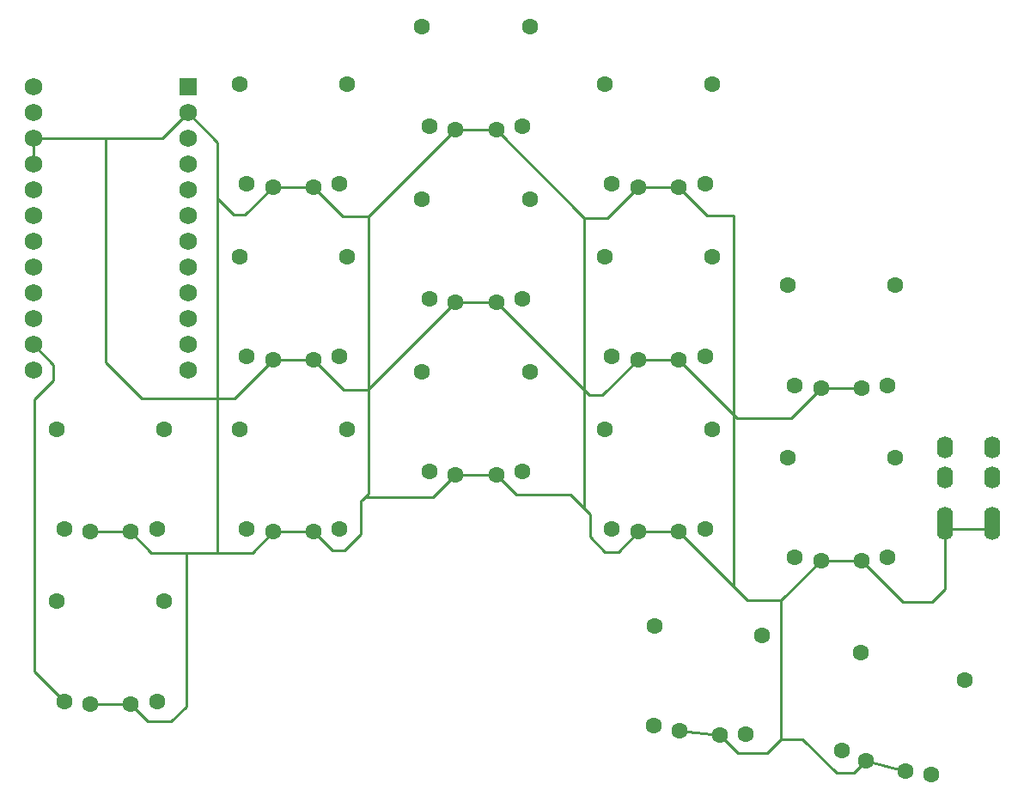
<source format=gbr>
%TF.GenerationSoftware,KiCad,Pcbnew,(5.1.9)-1*%
%TF.CreationDate,2021-06-29T13:32:03+02:00*%
%TF.ProjectId,todarodes_sagittatus,746f6461-726f-4646-9573-5f7361676974,VERSION_HERE*%
%TF.SameCoordinates,Original*%
%TF.FileFunction,Copper,L1,Top*%
%TF.FilePolarity,Positive*%
%FSLAX46Y46*%
G04 Gerber Fmt 4.6, Leading zero omitted, Abs format (unit mm)*
G04 Created by KiCad (PCBNEW (5.1.9)-1) date 2021-06-29 13:32:03*
%MOMM*%
%LPD*%
G01*
G04 APERTURE LIST*
%TA.AperFunction,ComponentPad*%
%ADD10C,1.600000*%
%TD*%
%TA.AperFunction,ComponentPad*%
%ADD11R,1.752600X1.752600*%
%TD*%
%TA.AperFunction,ComponentPad*%
%ADD12C,1.752600*%
%TD*%
%TA.AperFunction,ComponentPad*%
%ADD13O,1.600000X2.200000*%
%TD*%
%TA.AperFunction,Conductor*%
%ADD14C,0.250000*%
%TD*%
G04 APERTURE END LIST*
D10*
%TO.P,S1,3*%
%TO.N,N/C*%
X23300000Y4750000D03*
%TO.P,S1,4*%
X12700000Y4750000D03*
%TO.P,S1,1*%
%TO.N,P8*%
X13420000Y-5100000D03*
%TO.P,S1,2*%
%TO.N,GND*%
X20000000Y-5400000D03*
%TO.P,S1,1*%
%TO.N,P8*%
X22580000Y-5100000D03*
%TO.P,S1,2*%
%TO.N,GND*%
X16000000Y-5400000D03*
%TD*%
%TO.P,S2,3*%
%TO.N,N/C*%
X23300000Y21750000D03*
%TO.P,S2,4*%
X12700000Y21750000D03*
%TO.P,S2,1*%
%TO.N,P9*%
X13420000Y11900000D03*
%TO.P,S2,2*%
%TO.N,GND*%
X20000000Y11600000D03*
%TO.P,S2,1*%
%TO.N,P9*%
X22580000Y11900000D03*
%TO.P,S2,2*%
%TO.N,GND*%
X16000000Y11600000D03*
%TD*%
%TO.P,S3,3*%
%TO.N,N/C*%
X41300000Y21750000D03*
%TO.P,S3,4*%
X30700000Y21750000D03*
%TO.P,S3,1*%
%TO.N,P5*%
X31420000Y11900000D03*
%TO.P,S3,2*%
%TO.N,GND*%
X38000000Y11600000D03*
%TO.P,S3,1*%
%TO.N,P5*%
X40580000Y11900000D03*
%TO.P,S3,2*%
%TO.N,GND*%
X34000000Y11600000D03*
%TD*%
%TO.P,S4,3*%
%TO.N,N/C*%
X41300000Y38750000D03*
%TO.P,S4,4*%
X30700000Y38750000D03*
%TO.P,S4,1*%
%TO.N,P16*%
X31420000Y28900000D03*
%TO.P,S4,2*%
%TO.N,GND*%
X38000000Y28600000D03*
%TO.P,S4,1*%
%TO.N,P16*%
X40580000Y28900000D03*
%TO.P,S4,2*%
%TO.N,GND*%
X34000000Y28600000D03*
%TD*%
%TO.P,S5,3*%
%TO.N,N/C*%
X41300000Y55750000D03*
%TO.P,S5,4*%
X30700000Y55750000D03*
%TO.P,S5,1*%
%TO.N,P21*%
X31420000Y45900000D03*
%TO.P,S5,2*%
%TO.N,GND*%
X38000000Y45600000D03*
%TO.P,S5,1*%
%TO.N,P21*%
X40580000Y45900000D03*
%TO.P,S5,2*%
%TO.N,GND*%
X34000000Y45600000D03*
%TD*%
%TO.P,S6,3*%
%TO.N,N/C*%
X59300000Y27416667D03*
%TO.P,S6,4*%
X48700000Y27416667D03*
%TO.P,S6,1*%
%TO.N,P4*%
X49420000Y17566667D03*
%TO.P,S6,2*%
%TO.N,GND*%
X56000000Y17266667D03*
%TO.P,S6,1*%
%TO.N,P4*%
X58580000Y17566667D03*
%TO.P,S6,2*%
%TO.N,GND*%
X52000000Y17266667D03*
%TD*%
%TO.P,S7,3*%
%TO.N,N/C*%
X59300000Y44416667D03*
%TO.P,S7,4*%
X48700000Y44416667D03*
%TO.P,S7,1*%
%TO.N,P14*%
X49420000Y34566667D03*
%TO.P,S7,2*%
%TO.N,GND*%
X56000000Y34266667D03*
%TO.P,S7,1*%
%TO.N,P14*%
X58580000Y34566667D03*
%TO.P,S7,2*%
%TO.N,GND*%
X52000000Y34266667D03*
%TD*%
%TO.P,S8,3*%
%TO.N,N/C*%
X59300000Y61416667D03*
%TO.P,S8,4*%
X48700000Y61416667D03*
%TO.P,S8,1*%
%TO.N,P20*%
X49420000Y51566667D03*
%TO.P,S8,2*%
%TO.N,GND*%
X56000000Y51266667D03*
%TO.P,S8,1*%
%TO.N,P20*%
X58580000Y51566667D03*
%TO.P,S8,2*%
%TO.N,GND*%
X52000000Y51266667D03*
%TD*%
%TO.P,S9,3*%
%TO.N,N/C*%
X77300000Y21750000D03*
%TO.P,S9,4*%
X66700000Y21750000D03*
%TO.P,S9,1*%
%TO.N,P3*%
X67420000Y11900000D03*
%TO.P,S9,2*%
%TO.N,GND*%
X74000000Y11600000D03*
%TO.P,S9,1*%
%TO.N,P3*%
X76580000Y11900000D03*
%TO.P,S9,2*%
%TO.N,GND*%
X70000000Y11600000D03*
%TD*%
%TO.P,S10,3*%
%TO.N,N/C*%
X77300000Y38750000D03*
%TO.P,S10,4*%
X66700000Y38750000D03*
%TO.P,S10,1*%
%TO.N,P15*%
X67420000Y28900000D03*
%TO.P,S10,2*%
%TO.N,GND*%
X74000000Y28600000D03*
%TO.P,S10,1*%
%TO.N,P15*%
X76580000Y28900000D03*
%TO.P,S10,2*%
%TO.N,GND*%
X70000000Y28600000D03*
%TD*%
%TO.P,S11,3*%
%TO.N,N/C*%
X77300000Y55750000D03*
%TO.P,S11,4*%
X66700000Y55750000D03*
%TO.P,S11,1*%
%TO.N,P19*%
X67420000Y45900000D03*
%TO.P,S11,2*%
%TO.N,GND*%
X74000000Y45600000D03*
%TO.P,S11,1*%
%TO.N,P19*%
X76580000Y45900000D03*
%TO.P,S11,2*%
%TO.N,GND*%
X70000000Y45600000D03*
%TD*%
%TO.P,S12,3*%
%TO.N,N/C*%
X95300000Y18916667D03*
%TO.P,S12,4*%
X84700000Y18916667D03*
%TO.P,S12,1*%
%TO.N,P10*%
X85420000Y9066667D03*
%TO.P,S12,2*%
%TO.N,GND*%
X92000000Y8766667D03*
%TO.P,S12,1*%
%TO.N,P10*%
X94580000Y9066667D03*
%TO.P,S12,2*%
%TO.N,GND*%
X88000000Y8766667D03*
%TD*%
%TO.P,S13,3*%
%TO.N,N/C*%
X95300000Y35916667D03*
%TO.P,S13,4*%
X84700000Y35916667D03*
%TO.P,S13,1*%
%TO.N,P18*%
X85420000Y26066667D03*
%TO.P,S13,2*%
%TO.N,GND*%
X92000000Y25766667D03*
%TO.P,S13,1*%
%TO.N,P18*%
X94580000Y26066667D03*
%TO.P,S13,2*%
%TO.N,GND*%
X88000000Y25766667D03*
%TD*%
%TO.P,S14,3*%
%TO.N,N/C*%
X82193822Y1436666D03*
%TO.P,S14,4*%
X71634158Y2360517D03*
%TO.P,S14,1*%
%TO.N,P7*%
X71492934Y-7514753D03*
%TO.P,S14,2*%
%TO.N,GND*%
X78021748Y-8387096D03*
%TO.P,S14,1*%
%TO.N,P7*%
X80618077Y-8313099D03*
%TO.P,S14,2*%
%TO.N,GND*%
X74036970Y-8038473D03*
%TD*%
%TO.P,S15,3*%
%TO.N,N/C*%
X102138683Y-3018254D03*
%TO.P,S15,4*%
X91899870Y-274772D03*
%TO.P,S15,1*%
%TO.N,P6*%
X90045969Y-9975491D03*
%TO.P,S15,2*%
%TO.N,GND*%
X96324115Y-11968299D03*
%TO.P,S15,1*%
%TO.N,P6*%
X98893849Y-12346274D03*
%TO.P,S15,2*%
%TO.N,GND*%
X92460412Y-10933022D03*
%TD*%
D11*
%TO.P,C1,1*%
%TO.N,RAW*%
X25620000Y55470000D03*
D12*
%TO.P,C1,2*%
%TO.N,GND*%
X25620000Y52930000D03*
%TO.P,C1,3*%
%TO.N,RST*%
X25620000Y50390000D03*
%TO.P,C1,4*%
%TO.N,VCC*%
X25620000Y47850000D03*
%TO.P,C1,5*%
%TO.N,P21*%
X25620000Y45310000D03*
%TO.P,C1,6*%
%TO.N,P20*%
X25620000Y42770000D03*
%TO.P,C1,7*%
%TO.N,P19*%
X25620000Y40230000D03*
%TO.P,C1,8*%
%TO.N,P18*%
X25620000Y37690000D03*
%TO.P,C1,9*%
%TO.N,P15*%
X25620000Y35150000D03*
%TO.P,C1,10*%
%TO.N,P14*%
X25620000Y32610000D03*
%TO.P,C1,11*%
%TO.N,P16*%
X25620000Y30070000D03*
%TO.P,C1,12*%
%TO.N,P10*%
X25620000Y27530000D03*
%TO.P,C1,13*%
%TO.N,P1*%
X10380000Y55470000D03*
%TO.P,C1,14*%
%TO.N,P0*%
X10380000Y52930000D03*
%TO.P,C1,15*%
%TO.N,GND*%
X10380000Y50390000D03*
%TO.P,C1,16*%
X10380000Y47850000D03*
%TO.P,C1,17*%
%TO.N,P2*%
X10380000Y45310000D03*
%TO.P,C1,18*%
%TO.N,P3*%
X10380000Y42770000D03*
%TO.P,C1,19*%
%TO.N,P4*%
X10380000Y40230000D03*
%TO.P,C1,20*%
%TO.N,P5*%
X10380000Y37690000D03*
%TO.P,C1,21*%
%TO.N,P6*%
X10380000Y35150000D03*
%TO.P,C1,22*%
%TO.N,P7*%
X10380000Y32610000D03*
%TO.P,C1,23*%
%TO.N,P8*%
X10380000Y30070000D03*
%TO.P,C1,24*%
%TO.N,P9*%
X10380000Y27530000D03*
%TD*%
D13*
%TO.P,REF\u002A\u002A,1*%
%TO.N,GND*%
X104850000Y11866667D03*
%TO.P,REF\u002A\u002A,2*%
X100250000Y12966667D03*
%TO.P,REF\u002A\u002A,3*%
%TO.N,P2*%
X100250000Y16966667D03*
%TO.P,REF\u002A\u002A,4*%
%TO.N,VCC*%
X100250000Y19966667D03*
%TO.P,REF\u002A\u002A,1*%
%TO.N,GND*%
X100250000Y11866667D03*
%TO.P,REF\u002A\u002A,2*%
X104850000Y12966667D03*
%TO.P,REF\u002A\u002A,3*%
%TO.N,P2*%
X104850000Y16966667D03*
%TO.P,REF\u002A\u002A,4*%
%TO.N,VCC*%
X104850000Y19966667D03*
%TD*%
D14*
%TO.N,P8*%
X13420000Y-5100000D02*
X10470000Y-2150000D01*
X10470000Y-2150000D02*
X10470000Y24680000D01*
X10470000Y24680000D02*
X12370000Y26580000D01*
X12370000Y28080000D02*
X10380000Y30070000D01*
X12370000Y26580000D02*
X12370000Y28080000D01*
%TO.N,GND*%
X16000000Y-5400000D02*
X20000000Y-5400000D01*
X16000000Y11600000D02*
X20000000Y11600000D01*
X34000000Y11600000D02*
X38000000Y11600000D01*
X52000000Y17266667D02*
X56000000Y17266667D01*
X70000000Y11600000D02*
X74000000Y11600000D01*
X88000000Y8766667D02*
X92000000Y8766667D01*
X100250000Y11866667D02*
X104850000Y11866667D01*
X88000000Y25766667D02*
X92000000Y25766667D01*
X70000000Y28600000D02*
X74000000Y28600000D01*
X70000000Y45600000D02*
X74000000Y45600000D01*
X52000000Y51266667D02*
X56000000Y51266667D01*
X52000000Y34266667D02*
X56000000Y34266667D01*
X34000000Y28600000D02*
X38000000Y28600000D01*
X34000000Y45600000D02*
X38000000Y45600000D01*
X92000000Y8766667D02*
X96090000Y4676667D01*
X96090000Y4676667D02*
X98966667Y4676667D01*
X100250000Y5960000D02*
X100250000Y11866667D01*
X98966667Y4676667D02*
X100250000Y5960000D01*
X88000000Y8766667D02*
X84093333Y4860000D01*
X84093333Y4860000D02*
X80740000Y4860000D01*
X88000000Y25766667D02*
X85083333Y22850000D01*
X79750000Y22850000D02*
X74000000Y28600000D01*
X85083333Y22850000D02*
X79750000Y22850000D01*
X70000000Y28600000D02*
X66460000Y25060000D01*
X65206667Y25060000D02*
X56000000Y34266667D01*
X66460000Y25060000D02*
X65206667Y25060000D01*
X52000000Y34266667D02*
X43373333Y25640000D01*
X40960000Y25640000D02*
X38000000Y28600000D01*
X43373333Y25640000D02*
X40960000Y25640000D01*
X38000000Y11600000D02*
X39830000Y9770000D01*
X39830000Y9770000D02*
X41081583Y9770000D01*
X42695792Y11384208D02*
X42695792Y14645792D01*
X41081583Y9770000D02*
X42695792Y11384208D01*
X49783333Y15050000D02*
X52000000Y17266667D01*
X43100000Y15050000D02*
X49783333Y15050000D01*
X56000000Y17266667D02*
X58006667Y15260000D01*
X58006667Y15260000D02*
X63330000Y15260000D01*
X63330000Y15260000D02*
X65230000Y13360000D01*
X65230000Y13360000D02*
X65230000Y11090000D01*
X65230000Y11090000D02*
X66700000Y9620000D01*
X68020000Y9620000D02*
X70000000Y11600000D01*
X66700000Y9620000D02*
X68020000Y9620000D01*
X20000000Y11600000D02*
X22040000Y9560000D01*
X31960000Y9560000D02*
X34000000Y11600000D01*
X20000000Y-5400000D02*
X21690000Y-7090000D01*
X21690000Y-7090000D02*
X23960000Y-7090000D01*
X25440000Y-5610000D02*
X25440000Y9560000D01*
X23960000Y-7090000D02*
X25440000Y-5610000D01*
X22040000Y9560000D02*
X25440000Y9560000D01*
X38000000Y45600000D02*
X40890000Y42710000D01*
X43443333Y42710000D02*
X52000000Y51266667D01*
X40890000Y42710000D02*
X43443333Y42710000D01*
X56000000Y51266667D02*
X64686667Y42580000D01*
X66980000Y42580000D02*
X70000000Y45600000D01*
X64686667Y42580000D02*
X66980000Y42580000D01*
X74036970Y-8038473D02*
X78021748Y-8387096D01*
X92460412Y-10933022D02*
X96324115Y-11968299D01*
X78021748Y-8387096D02*
X79854652Y-10220000D01*
X79854652Y-10220000D02*
X82730000Y-10220000D01*
X84093333Y-8856667D02*
X84093333Y4860000D01*
X82730000Y-10220000D02*
X84093333Y-8856667D01*
X92460412Y-10933022D02*
X91223434Y-12170000D01*
X91223434Y-12170000D02*
X89530000Y-12170000D01*
X86216667Y-8856667D02*
X84093333Y-8856667D01*
X89530000Y-12170000D02*
X86216667Y-8856667D01*
X10380000Y47850000D02*
X10380000Y50390000D01*
X23080000Y50390000D02*
X25620000Y52930000D01*
X34000000Y28600000D02*
X30200000Y24800000D01*
X30200000Y24800000D02*
X21080000Y24800000D01*
X17550000Y28330000D02*
X17550000Y50390000D01*
X21080000Y24800000D02*
X17550000Y28330000D01*
X17550000Y50390000D02*
X23080000Y50390000D01*
X10380000Y50390000D02*
X17550000Y50390000D01*
X43443333Y42710000D02*
X43443333Y15393333D01*
X43443333Y15393333D02*
X42805000Y14755000D01*
X42805000Y14755000D02*
X43100000Y15050000D01*
X42695792Y14645792D02*
X42805000Y14755000D01*
X64686667Y13903333D02*
X65230000Y13360000D01*
X64686667Y42580000D02*
X64686667Y13903333D01*
X34000000Y45600000D02*
X31240000Y42840000D01*
X31240000Y42840000D02*
X30140000Y42840000D01*
X30140000Y42840000D02*
X28520000Y44460000D01*
X28520000Y50030000D02*
X25620000Y52930000D01*
X28520000Y44460000D02*
X28520000Y50030000D01*
X28080786Y9560000D02*
X27910000Y9560000D01*
X28520000Y44460000D02*
X28520000Y9999214D01*
X25440000Y9560000D02*
X27910000Y9560000D01*
X28520000Y9570000D02*
X28510000Y9560000D01*
X28520000Y9999214D02*
X28520000Y9570000D01*
X28510000Y9560000D02*
X31960000Y9560000D01*
X27910000Y9560000D02*
X28510000Y9560000D01*
X74000000Y45600000D02*
X76790000Y42810000D01*
X76790000Y42810000D02*
X79400000Y42810000D01*
X79400000Y23200000D02*
X79750000Y22850000D01*
X79400000Y42810000D02*
X79400000Y23200000D01*
X79400000Y6200000D02*
X80225000Y5375000D01*
X79400000Y23200000D02*
X79400000Y6200000D01*
X80225000Y5375000D02*
X74000000Y11600000D01*
X80740000Y4860000D02*
X80225000Y5375000D01*
%TD*%
M02*

</source>
